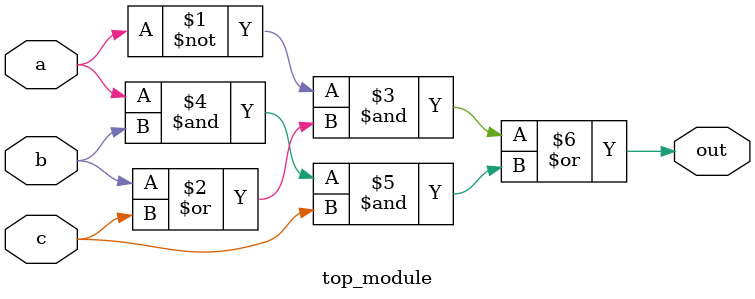
<source format=sv>
module top_module(
    input a,
    input b,
    input c,
    output out
);

    assign out = (~a & (b | c)) | (a & b & c);

endmodule

</source>
